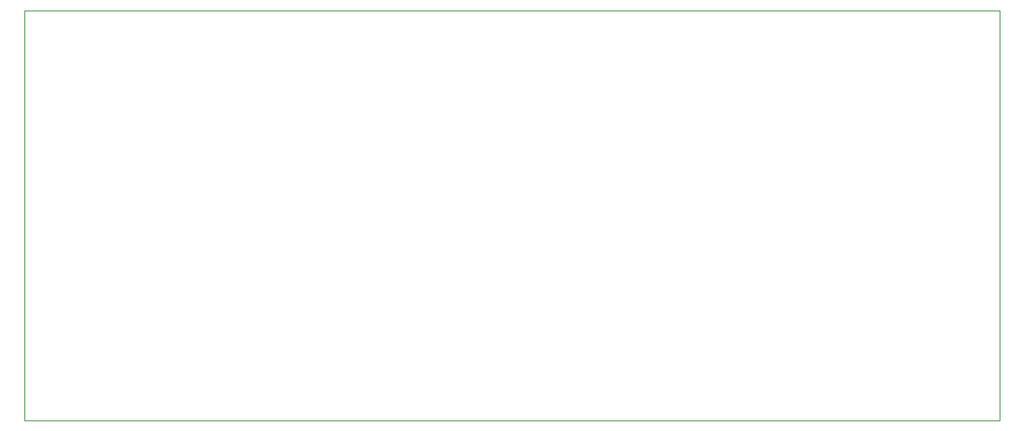
<source format=gbr>
G04 #@! TF.GenerationSoftware,KiCad,Pcbnew,(5.0.1-3-g963ef8bb5)*
G04 #@! TF.CreationDate,2019-03-03T19:22:14-08:00*
G04 #@! TF.ProjectId,Multi-out-Buffer,4D756C74692D6F75742D427566666572,rev?*
G04 #@! TF.SameCoordinates,Original*
G04 #@! TF.FileFunction,Profile,NP*
%FSLAX46Y46*%
G04 Gerber Fmt 4.6, Leading zero omitted, Abs format (unit mm)*
G04 Created by KiCad (PCBNEW (5.0.1-3-g963ef8bb5)) date Sunday, March 03, 2019 at 07:22:14 PM*
%MOMM*%
%LPD*%
G01*
G04 APERTURE LIST*
%ADD10C,0.001000*%
G04 APERTURE END LIST*
D10*
X228600000Y-143764000D02*
X127000000Y-143764000D01*
X228600000Y-100965000D02*
X228600000Y-109220000D01*
X127000000Y-100965000D02*
X228600000Y-100965000D01*
X127000000Y-143764000D02*
X127000000Y-100965000D01*
X228600000Y-143764000D02*
X228600000Y-109220000D01*
M02*

</source>
